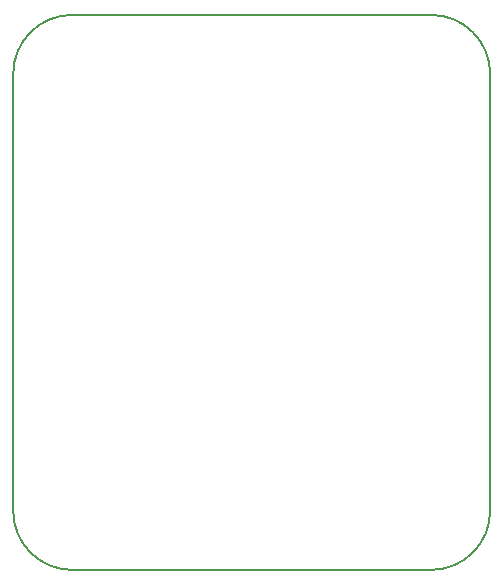
<source format=gbr>
G04 #@! TF.GenerationSoftware,KiCad,Pcbnew,(5.0.0-rc3-dev)*
G04 #@! TF.CreationDate,2019-09-30T17:53:01-04:00*
G04 #@! TF.ProjectId,orbital shaker,6F72626974616C207368616B65722E6B,rev?*
G04 #@! TF.SameCoordinates,Original*
G04 #@! TF.FileFunction,Profile,NP*
%FSLAX46Y46*%
G04 Gerber Fmt 4.6, Leading zero omitted, Abs format (unit mm)*
G04 Created by KiCad (PCBNEW (5.0.0-rc3-dev)) date 09/30/19 17:53:01*
%MOMM*%
%LPD*%
G01*
G04 APERTURE LIST*
%ADD10C,0.200000*%
G04 APERTURE END LIST*
D10*
X145034000Y-67992000D02*
G75*
G03X140034000Y-62992000I-5000000J0D01*
G01*
X140034000Y-109982000D02*
G75*
G03X145034000Y-104982000I0J5000000D01*
G01*
X104648000Y-104982000D02*
G75*
G03X109648000Y-109982000I5000000J0D01*
G01*
X109648000Y-62992000D02*
G75*
G03X104648000Y-67992000I0J-5000000D01*
G01*
X140034000Y-62992000D02*
X109648000Y-62992000D01*
X145034000Y-104982000D02*
X145034000Y-67992000D01*
X109648000Y-109982000D02*
X140030000Y-109982000D01*
X104648000Y-67992000D02*
X104648000Y-104982000D01*
M02*

</source>
